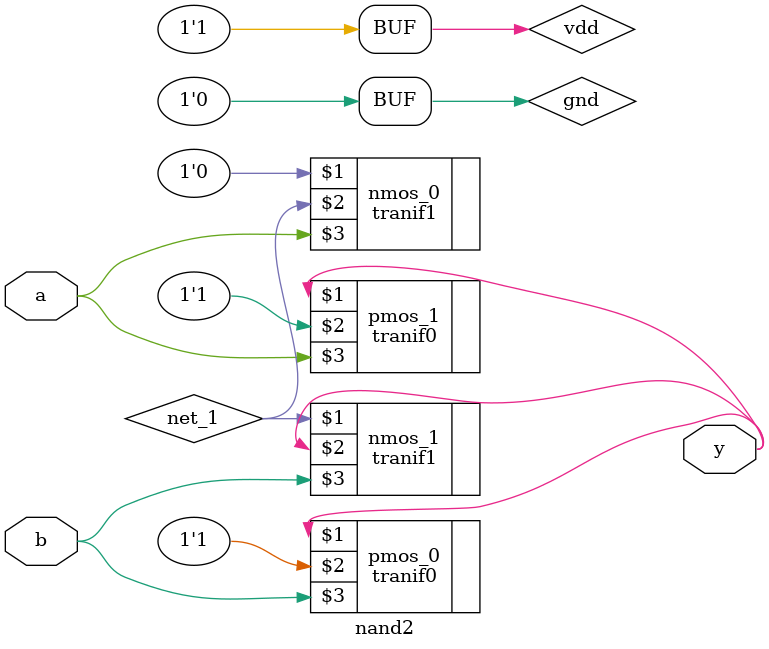
<source format=v>
/* Verilog for cell 'nand2{sch}' from library 'tutorial_vb' */
/* Created on Wed Mar 02, 2011 10:37:32 */
/* Last revised on Tue Mar 15, 2011 23:41:48 */
/* Written on Wed Mar 16, 2011 00:26:44 by Electric VLSI Design System, version 9.00 */

module nand2(a, b, y);
  input a;
  input b;
  output y;

  supply1 vdd;
  supply0 gnd;
  wire net_1;

  tranif1 nmos_0(gnd, net_1, a);
  tranif1 nmos_1(net_1, y, b);
  tranif0 pmos_0(y, vdd, b);
  tranif0 pmos_1(y, vdd, a);
endmodule   /* nand2 */

</source>
